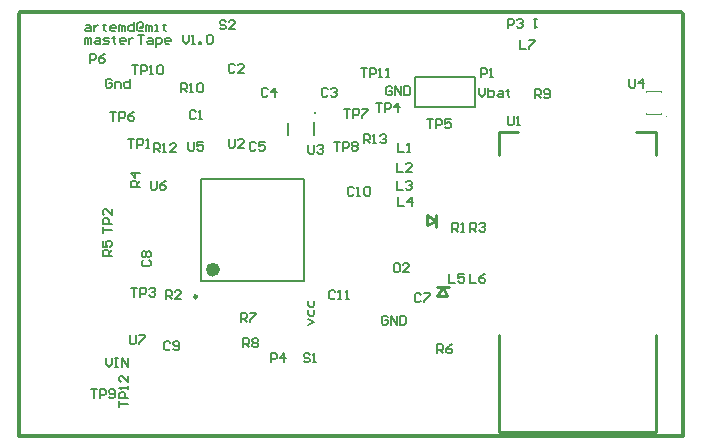
<source format=gto>
G04 Layer_Color=65535*
%FSLAX25Y25*%
%MOIN*%
G70*
G01*
G75*
%ADD40C,0.01000*%
%ADD42C,0.01200*%
%ADD50C,0.00394*%
%ADD51C,0.02362*%
%ADD52C,0.00984*%
%ADD53C,0.01181*%
%ADD54C,0.00500*%
%ADD55C,0.00787*%
%ADD56C,0.00600*%
D40*
X318617Y100781D02*
Y133065D01*
X266255Y100781D02*
X318617D01*
X266255D02*
Y133065D01*
Y192907D02*
Y200781D01*
X272554D01*
X318617Y192907D02*
Y200781D01*
X311924D02*
X318617D01*
X245465Y149067D02*
X249465D01*
X245465Y146067D02*
X247465Y149067D01*
X245465Y146067D02*
X248965D01*
X247465Y149067D02*
X248965Y146067D01*
X245067Y169035D02*
Y173035D01*
X242067D02*
X245067Y171035D01*
X242067Y169535D02*
Y173035D01*
Y169535D02*
X245067Y171035D01*
D42*
X106570Y240570D02*
X326930D01*
X106000Y240000D02*
X106570Y240570D01*
X106000Y99500D02*
Y240000D01*
X327500Y99500D02*
Y240000D01*
X106000Y99500D02*
X327500D01*
D50*
X322126Y205972D02*
G03*
X322126Y205972I-197J0D01*
G01*
X315039Y206563D02*
X320157D01*
X315039D02*
Y206957D01*
X320157Y206563D02*
Y206957D01*
Y214043D02*
Y214437D01*
X315039D02*
X320157D01*
X315039Y214043D02*
Y214437D01*
D51*
X171992Y154811D02*
G03*
X171992Y154811I-1181J0D01*
G01*
D52*
X165496Y145756D02*
G03*
X165496Y145756I-492J0D01*
G01*
D53*
X204746Y207062D02*
D03*
D54*
X204389Y199709D02*
Y203893D01*
X195980Y199626D02*
Y203810D01*
X129724Y223721D02*
Y226719D01*
X131224D01*
X131724Y226220D01*
Y225220D01*
X131224Y224720D01*
X129724D01*
X134723Y226719D02*
X133723Y226220D01*
X132723Y225220D01*
Y224220D01*
X133223Y223721D01*
X134223D01*
X134723Y224220D01*
Y224720D01*
X134223Y225220D01*
X132723D01*
X160000Y214000D02*
Y216999D01*
X161500D01*
X161999Y216499D01*
Y215499D01*
X161500Y215000D01*
X160000D01*
X161000D02*
X161999Y214000D01*
X162999D02*
X163999D01*
X163499D01*
Y216999D01*
X162999Y216499D01*
X165498D02*
X165998Y216999D01*
X166998D01*
X167498Y216499D01*
Y214500D01*
X166998Y214000D01*
X165998D01*
X165498Y214500D01*
Y216499D01*
X309500Y218499D02*
Y216000D01*
X310000Y215500D01*
X310999D01*
X311499Y216000D01*
Y218499D01*
X313999Y215500D02*
Y218499D01*
X312499Y217000D01*
X314498D01*
X202500Y196499D02*
Y194000D01*
X203000Y193500D01*
X203999D01*
X204499Y194000D01*
Y196499D01*
X205499Y195999D02*
X205999Y196499D01*
X206998D01*
X207498Y195999D01*
Y195499D01*
X206998Y195000D01*
X206499D01*
X206998D01*
X207498Y194500D01*
Y194000D01*
X206998Y193500D01*
X205999D01*
X205499Y194000D01*
X176000Y198499D02*
Y196000D01*
X176500Y195500D01*
X177499D01*
X177999Y196000D01*
Y198499D01*
X180998Y195500D02*
X178999D01*
X180998Y197499D01*
Y197999D01*
X180499Y198499D01*
X179499D01*
X178999Y197999D01*
X269000Y205999D02*
Y203500D01*
X269500Y203000D01*
X270499D01*
X270999Y203500D01*
Y205999D01*
X271999Y203000D02*
X272999D01*
X272499D01*
Y205999D01*
X271999Y205499D01*
X220000Y221999D02*
X221999D01*
X221000D01*
Y219000D01*
X222999D02*
Y221999D01*
X224499D01*
X224998Y221499D01*
Y220499D01*
X224499Y220000D01*
X222999D01*
X225998Y219000D02*
X226998D01*
X226498D01*
Y221999D01*
X225998Y221499D01*
X228497Y219000D02*
X229497D01*
X228997D01*
Y221999D01*
X228497Y221499D01*
X143701Y222851D02*
X145700D01*
X144701D01*
Y219852D01*
X146700D02*
Y222851D01*
X148199D01*
X148699Y222351D01*
Y221352D01*
X148199Y220852D01*
X146700D01*
X149699Y219852D02*
X150698D01*
X150199D01*
Y222851D01*
X149699Y222351D01*
X152198D02*
X152698Y222851D01*
X153698D01*
X154197Y222351D01*
Y220352D01*
X153698Y219852D01*
X152698D01*
X152198Y220352D01*
Y222351D01*
X130000Y114999D02*
X131999D01*
X131000D01*
Y112000D01*
X132999D02*
Y114999D01*
X134499D01*
X134998Y114499D01*
Y113499D01*
X134499Y113000D01*
X132999D01*
X135998Y112500D02*
X136498Y112000D01*
X137498D01*
X137997Y112500D01*
Y114499D01*
X137498Y114999D01*
X136498D01*
X135998Y114499D01*
Y113999D01*
X136498Y113499D01*
X137997D01*
X211000Y197499D02*
X212999D01*
X212000D01*
Y194500D01*
X213999D02*
Y197499D01*
X215498D01*
X215998Y196999D01*
Y196000D01*
X215498Y195500D01*
X213999D01*
X216998Y196999D02*
X217498Y197499D01*
X218498D01*
X218997Y196999D01*
Y196499D01*
X218498Y196000D01*
X218997Y195500D01*
Y195000D01*
X218498Y194500D01*
X217498D01*
X216998Y195000D01*
Y195500D01*
X217498Y196000D01*
X216998Y196499D01*
Y196999D01*
X217498Y196000D02*
X218498D01*
X214500Y208499D02*
X216499D01*
X215500D01*
Y205500D01*
X217499D02*
Y208499D01*
X218999D01*
X219498Y207999D01*
Y206999D01*
X218999Y206500D01*
X217499D01*
X220498Y208499D02*
X222497D01*
Y207999D01*
X220498Y206000D01*
Y205500D01*
X136500Y207499D02*
X138499D01*
X137500D01*
Y204500D01*
X139499D02*
Y207499D01*
X140999D01*
X141498Y206999D01*
Y205999D01*
X140999Y205500D01*
X139499D01*
X144497Y207499D02*
X143498Y206999D01*
X142498Y205999D01*
Y205000D01*
X142998Y204500D01*
X143998D01*
X144497Y205000D01*
Y205500D01*
X143998Y205999D01*
X142498D01*
X242000Y204999D02*
X243999D01*
X243000D01*
Y202000D01*
X244999D02*
Y204999D01*
X246498D01*
X246998Y204499D01*
Y203500D01*
X246498Y203000D01*
X244999D01*
X249997Y204999D02*
X247998D01*
Y203500D01*
X248998Y203999D01*
X249498D01*
X249997Y203500D01*
Y202500D01*
X249498Y202000D01*
X248498D01*
X247998Y202500D01*
X225000Y210499D02*
X226999D01*
X226000D01*
Y207500D01*
X227999D02*
Y210499D01*
X229499D01*
X229998Y209999D01*
Y208999D01*
X229499Y208500D01*
X227999D01*
X232498Y207500D02*
Y210499D01*
X230998Y208999D01*
X232997D01*
X143513Y148686D02*
X145512D01*
X144512D01*
Y145687D01*
X146512D02*
Y148686D01*
X148011D01*
X148511Y148187D01*
Y147187D01*
X148011Y146687D01*
X146512D01*
X149511Y148187D02*
X150011Y148686D01*
X151010D01*
X151510Y148187D01*
Y147687D01*
X151010Y147187D01*
X150510D01*
X151010D01*
X151510Y146687D01*
Y146187D01*
X151010Y145687D01*
X150011D01*
X149511Y146187D01*
X134001Y167000D02*
Y168999D01*
Y168000D01*
X137000D01*
Y169999D02*
X134001D01*
Y171499D01*
X134501Y171998D01*
X135501D01*
X136000Y171499D01*
Y169999D01*
X137000Y174997D02*
Y172998D01*
X135001Y174997D01*
X134501D01*
X134001Y174498D01*
Y173498D01*
X134501Y172998D01*
X142500Y198499D02*
X144499D01*
X143500D01*
Y195500D01*
X145499D02*
Y198499D01*
X146999D01*
X147498Y197999D01*
Y197000D01*
X146999Y196500D01*
X145499D01*
X148498Y195500D02*
X149498D01*
X148998D01*
Y198499D01*
X148498Y197999D01*
X151000Y194000D02*
Y196999D01*
X152499D01*
X152999Y196499D01*
Y195500D01*
X152499Y195000D01*
X151000D01*
X152000D02*
X152999Y194000D01*
X153999D02*
X154999D01*
X154499D01*
Y196999D01*
X153999Y196499D01*
X158498Y194000D02*
X156498D01*
X158498Y195999D01*
Y196499D01*
X157998Y196999D01*
X156998D01*
X156498Y196499D01*
X278000Y212000D02*
Y214999D01*
X279500D01*
X279999Y214499D01*
Y213499D01*
X279500Y213000D01*
X278000D01*
X279000D02*
X279999Y212000D01*
X280999Y212500D02*
X281499Y212000D01*
X282499D01*
X282998Y212500D01*
Y214499D01*
X282499Y214999D01*
X281499D01*
X280999Y214499D01*
Y213999D01*
X281499Y213499D01*
X282998D01*
X245500Y127000D02*
Y129999D01*
X247000D01*
X247499Y129499D01*
Y128499D01*
X247000Y128000D01*
X245500D01*
X246500D02*
X247499Y127000D01*
X250498Y129999D02*
X249499Y129499D01*
X248499Y128499D01*
Y127500D01*
X248999Y127000D01*
X249998D01*
X250498Y127500D01*
Y128000D01*
X249998Y128499D01*
X248499D01*
X137000Y159500D02*
X134001D01*
Y161000D01*
X134501Y161499D01*
X135501D01*
X136000Y161000D01*
Y159500D01*
Y160500D02*
X137000Y161499D01*
X134001Y164498D02*
Y162499D01*
X135501D01*
X135001Y163499D01*
Y163999D01*
X135501Y164498D01*
X136500D01*
X137000Y163999D01*
Y162999D01*
X136500Y162499D01*
X146425Y182400D02*
X143426D01*
Y183899D01*
X143926Y184399D01*
X144926D01*
X145425Y183899D01*
Y182400D01*
Y183400D02*
X146425Y184399D01*
Y186899D02*
X143426D01*
X144926Y185399D01*
Y187398D01*
X256500Y167500D02*
Y170499D01*
X257999D01*
X258499Y169999D01*
Y169000D01*
X257999Y168500D01*
X256500D01*
X257500D02*
X258499Y167500D01*
X259499Y169999D02*
X259999Y170499D01*
X260999D01*
X261498Y169999D01*
Y169499D01*
X260999Y169000D01*
X260499D01*
X260999D01*
X261498Y168500D01*
Y168000D01*
X260999Y167500D01*
X259999D01*
X259499Y168000D01*
X155000Y145000D02*
Y147999D01*
X156500D01*
X156999Y147499D01*
Y146500D01*
X156500Y146000D01*
X155000D01*
X156000D02*
X156999Y145000D01*
X159998D02*
X157999D01*
X159998Y146999D01*
Y147499D01*
X159499Y147999D01*
X158499D01*
X157999Y147499D01*
X250500Y167500D02*
Y170499D01*
X251999D01*
X252499Y169999D01*
Y169000D01*
X251999Y168500D01*
X250500D01*
X251500D02*
X252499Y167500D01*
X253499D02*
X254499D01*
X253999D01*
Y170499D01*
X253499Y169999D01*
X260000Y219000D02*
Y221999D01*
X261500D01*
X261999Y221499D01*
Y220499D01*
X261500Y220000D01*
X260000D01*
X262999Y219000D02*
X263999D01*
X263499D01*
Y221999D01*
X262999Y221499D01*
X232000Y190499D02*
Y187500D01*
X233999D01*
X236998D02*
X234999D01*
X236998Y189499D01*
Y189999D01*
X236498Y190499D01*
X235499D01*
X234999Y189999D01*
X232500Y196999D02*
Y194000D01*
X234499D01*
X235499D02*
X236499D01*
X235999D01*
Y196999D01*
X235499Y196499D01*
X273000Y231499D02*
Y228500D01*
X274999D01*
X275999Y231499D02*
X277998D01*
Y230999D01*
X275999Y229000D01*
Y228500D01*
X256500Y153499D02*
Y150500D01*
X258499D01*
X261498Y153499D02*
X260499Y152999D01*
X259499Y151999D01*
Y151000D01*
X259999Y150500D01*
X260999D01*
X261498Y151000D01*
Y151500D01*
X260999Y151999D01*
X259499D01*
X249500Y153499D02*
Y150500D01*
X251499D01*
X254498Y153499D02*
X252499D01*
Y151999D01*
X253499Y152499D01*
X253998D01*
X254498Y151999D01*
Y151000D01*
X253998Y150500D01*
X252999D01*
X252499Y151000D01*
X239999Y146499D02*
X239499Y146999D01*
X238500D01*
X238000Y146499D01*
Y144500D01*
X238500Y144000D01*
X239499D01*
X239999Y144500D01*
X240999Y146999D02*
X242998D01*
Y146499D01*
X240999Y144500D01*
Y144000D01*
X184999Y196999D02*
X184500Y197499D01*
X183500D01*
X183000Y196999D01*
Y195000D01*
X183500Y194500D01*
X184500D01*
X184999Y195000D01*
X187998Y197499D02*
X185999D01*
Y196000D01*
X186999Y196499D01*
X187499D01*
X187998Y196000D01*
Y195000D01*
X187499Y194500D01*
X186499D01*
X185999Y195000D01*
X188999Y214999D02*
X188499Y215499D01*
X187500D01*
X187000Y214999D01*
Y213000D01*
X187500Y212500D01*
X188499D01*
X188999Y213000D01*
X191499Y212500D02*
Y215499D01*
X189999Y214000D01*
X191998D01*
X208999Y214999D02*
X208500Y215499D01*
X207500D01*
X207000Y214999D01*
Y213000D01*
X207500Y212500D01*
X208500D01*
X208999Y213000D01*
X209999Y214999D02*
X210499Y215499D01*
X211498D01*
X211998Y214999D01*
Y214499D01*
X211498Y214000D01*
X210999D01*
X211498D01*
X211998Y213500D01*
Y213000D01*
X211498Y212500D01*
X210499D01*
X209999Y213000D01*
X177999Y222999D02*
X177499Y223499D01*
X176500D01*
X176000Y222999D01*
Y221000D01*
X176500Y220500D01*
X177499D01*
X177999Y221000D01*
X180998Y220500D02*
X178999D01*
X180998Y222499D01*
Y222999D01*
X180499Y223499D01*
X179499D01*
X178999Y222999D01*
X164999Y207499D02*
X164499Y207999D01*
X163500D01*
X163000Y207499D01*
Y205500D01*
X163500Y205000D01*
X164499D01*
X164999Y205500D01*
X165999Y205000D02*
X166999D01*
X166499D01*
Y207999D01*
X165999Y207499D01*
X190000Y124000D02*
Y126999D01*
X191499D01*
X191999Y126499D01*
Y125499D01*
X191499Y125000D01*
X190000D01*
X194499Y124000D02*
Y126999D01*
X192999Y125499D01*
X194998D01*
X202999Y126499D02*
X202500Y126999D01*
X201500D01*
X201000Y126499D01*
Y125999D01*
X201500Y125499D01*
X202500D01*
X202999Y125000D01*
Y124500D01*
X202500Y124000D01*
X201500D01*
X201000Y124500D01*
X203999Y124000D02*
X204999D01*
X204499D01*
Y126999D01*
X203999Y126499D01*
X269000Y235500D02*
Y238499D01*
X270499D01*
X270999Y237999D01*
Y237000D01*
X270499Y236500D01*
X269000D01*
X271999Y237999D02*
X272499Y238499D01*
X273499D01*
X273998Y237999D01*
Y237499D01*
X273499Y237000D01*
X272999D01*
X273499D01*
X273998Y236500D01*
Y236000D01*
X273499Y235500D01*
X272499D01*
X271999Y236000D01*
X143000Y132999D02*
Y130500D01*
X143500Y130000D01*
X144500D01*
X144999Y130500D01*
Y132999D01*
X145999D02*
X147998D01*
Y132499D01*
X145999Y130500D01*
Y130000D01*
X174999Y237499D02*
X174499Y237999D01*
X173500D01*
X173000Y237499D01*
Y236999D01*
X173500Y236500D01*
X174499D01*
X174999Y236000D01*
Y235500D01*
X174499Y235000D01*
X173500D01*
X173000Y235500D01*
X177998Y235000D02*
X175999D01*
X177998Y236999D01*
Y237499D01*
X177499Y237999D01*
X176499D01*
X175999Y237499D01*
X147501Y157999D02*
X147001Y157500D01*
Y156500D01*
X147501Y156000D01*
X149500D01*
X150000Y156500D01*
Y157500D01*
X149500Y157999D01*
X147501Y158999D02*
X147001Y159499D01*
Y160499D01*
X147501Y160998D01*
X148001D01*
X148501Y160499D01*
X149000Y160998D01*
X149500D01*
X150000Y160499D01*
Y159499D01*
X149500Y158999D01*
X149000D01*
X148501Y159499D01*
X148001Y158999D01*
X147501D01*
X148501Y159499D02*
Y160499D01*
X156499Y130499D02*
X156000Y130999D01*
X155000D01*
X154500Y130499D01*
Y128500D01*
X155000Y128000D01*
X156000D01*
X156499Y128500D01*
X157499D02*
X157999Y128000D01*
X158999D01*
X159498Y128500D01*
Y130499D01*
X158999Y130999D01*
X157999D01*
X157499Y130499D01*
Y129999D01*
X157999Y129499D01*
X159498D01*
X217751Y181999D02*
X217251Y182499D01*
X216251D01*
X215751Y181999D01*
Y180000D01*
X216251Y179500D01*
X217251D01*
X217751Y180000D01*
X218750Y179500D02*
X219750D01*
X219250D01*
Y182499D01*
X218750Y181999D01*
X221249D02*
X221749Y182499D01*
X222749D01*
X223249Y181999D01*
Y180000D01*
X222749Y179500D01*
X221749D01*
X221249Y180000D01*
Y181999D01*
X211499Y147499D02*
X210999Y147999D01*
X210000D01*
X209500Y147499D01*
Y145500D01*
X210000Y145000D01*
X210999D01*
X211499Y145500D01*
X212499Y145000D02*
X213499D01*
X212999D01*
Y147999D01*
X212499Y147499D01*
X214998Y145000D02*
X215998D01*
X215498D01*
Y147999D01*
X214998Y147499D01*
X232000Y184499D02*
Y181500D01*
X233999D01*
X234999Y183999D02*
X235499Y184499D01*
X236498D01*
X236998Y183999D01*
Y183499D01*
X236498Y183000D01*
X235999D01*
X236498D01*
X236998Y182500D01*
Y182000D01*
X236498Y181500D01*
X235499D01*
X234999Y182000D01*
X232500Y178999D02*
Y176000D01*
X234499D01*
X236999D02*
Y178999D01*
X235499Y177499D01*
X237498D01*
X232500Y156999D02*
X231500D01*
X231000Y156499D01*
Y154500D01*
X231500Y154000D01*
X232500D01*
X232999Y154500D01*
Y156499D01*
X232500Y156999D01*
X235998Y154000D02*
X233999D01*
X235998Y155999D01*
Y156499D01*
X235498Y156999D01*
X234499D01*
X233999Y156499D01*
X180000Y137500D02*
Y140499D01*
X181500D01*
X181999Y139999D01*
Y138999D01*
X181500Y138500D01*
X180000D01*
X181000D02*
X181999Y137500D01*
X182999Y140499D02*
X184998D01*
Y139999D01*
X182999Y138000D01*
Y137500D01*
X180850Y129000D02*
Y131999D01*
X182350D01*
X182850Y131499D01*
Y130499D01*
X182350Y130000D01*
X180850D01*
X181850D02*
X182850Y129000D01*
X183849Y131499D02*
X184349Y131999D01*
X185349D01*
X185849Y131499D01*
Y130999D01*
X185349Y130499D01*
X185849Y130000D01*
Y129500D01*
X185349Y129000D01*
X184349D01*
X183849Y129500D01*
Y130000D01*
X184349Y130499D01*
X183849Y130999D01*
Y131499D01*
X184349Y130499D02*
X185349D01*
X162500Y197499D02*
Y195000D01*
X163000Y194500D01*
X163999D01*
X164499Y195000D01*
Y197499D01*
X167498D02*
X165499D01*
Y196000D01*
X166499Y196499D01*
X166999D01*
X167498Y196000D01*
Y195000D01*
X166999Y194500D01*
X165999D01*
X165499Y195000D01*
X221000Y197000D02*
Y199999D01*
X222499D01*
X222999Y199499D01*
Y198500D01*
X222499Y198000D01*
X221000D01*
X222000D02*
X222999Y197000D01*
X223999D02*
X224999D01*
X224499D01*
Y199999D01*
X223999Y199499D01*
X226498D02*
X226998Y199999D01*
X227998D01*
X228498Y199499D01*
Y198999D01*
X227998Y198500D01*
X227498D01*
X227998D01*
X228498Y198000D01*
Y197500D01*
X227998Y197000D01*
X226998D01*
X226498Y197500D01*
X150000Y184499D02*
Y182000D01*
X150500Y181500D01*
X151499D01*
X151999Y182000D01*
Y184499D01*
X154998D02*
X153999Y183999D01*
X152999Y183000D01*
Y182000D01*
X153499Y181500D01*
X154499D01*
X154998Y182000D01*
Y182500D01*
X154499Y183000D01*
X152999D01*
X139501Y109000D02*
Y110999D01*
Y110000D01*
X142500D01*
Y111999D02*
X139501D01*
Y113499D01*
X140001Y113998D01*
X141000D01*
X141500Y113499D01*
Y111999D01*
X142500Y114998D02*
Y115998D01*
Y115498D01*
X139501D01*
X140001Y114998D01*
X142500Y119497D02*
Y117497D01*
X140501Y119497D01*
X140001D01*
X139501Y118997D01*
Y117997D01*
X140001Y117497D01*
X202501Y136500D02*
X204500Y137500D01*
X202501Y138499D01*
Y141498D02*
Y139999D01*
X203000Y139499D01*
X204000D01*
X204500Y139999D01*
Y141498D01*
X202501Y144497D02*
Y142998D01*
X203000Y142498D01*
X204000D01*
X204500Y142998D01*
Y144497D01*
X228999Y138999D02*
X228500Y139499D01*
X227500D01*
X227000Y138999D01*
Y137000D01*
X227500Y136500D01*
X228500D01*
X228999Y137000D01*
Y137999D01*
X228000D01*
X229999Y136500D02*
Y139499D01*
X231998Y136500D01*
Y139499D01*
X232998D02*
Y136500D01*
X234498D01*
X234997Y137000D01*
Y138999D01*
X234498Y139499D01*
X232998D01*
X230499Y215499D02*
X229999Y215999D01*
X229000D01*
X228500Y215499D01*
Y213500D01*
X229000Y213000D01*
X229999D01*
X230499Y213500D01*
Y214499D01*
X229500D01*
X231499Y213000D02*
Y215999D01*
X233498Y213000D01*
Y215999D01*
X234498D02*
Y213000D01*
X235998D01*
X236497Y213500D01*
Y215499D01*
X235998Y215999D01*
X234498D01*
X259500Y215499D02*
Y213500D01*
X260500Y212500D01*
X261499Y213500D01*
Y215499D01*
X262499D02*
Y212500D01*
X263999D01*
X264498Y213000D01*
Y213500D01*
Y214000D01*
X263999Y214499D01*
X262499D01*
X265998D02*
X266998D01*
X267497Y214000D01*
Y212500D01*
X265998D01*
X265498Y213000D01*
X265998Y213500D01*
X267497D01*
X268997Y214999D02*
Y214499D01*
X268497D01*
X269497D01*
X268997D01*
Y213000D01*
X269497Y212500D01*
X278721Y238204D02*
X277722D01*
X278221D01*
Y235205D01*
X278721Y235705D01*
D55*
X238000Y209000D02*
Y219000D01*
X258000D01*
Y209000D02*
Y219000D01*
X238000Y209000D02*
X258000D01*
X201126Y150874D02*
Y185126D01*
X166874Y150874D02*
Y185126D01*
X201126D01*
X166874Y150874D02*
X201126D01*
D56*
X128248Y230118D02*
Y232118D01*
X128748D01*
X129248Y231618D01*
Y230118D01*
Y231618D01*
X129748Y232118D01*
X130247Y231618D01*
Y230118D01*
X131747Y232118D02*
X132747D01*
X133246Y231618D01*
Y230118D01*
X131747D01*
X131247Y230618D01*
X131747Y231118D01*
X133246D01*
X134246Y230118D02*
X135746D01*
X136245Y230618D01*
X135746Y231118D01*
X134746D01*
X134246Y231618D01*
X134746Y232118D01*
X136245D01*
X137745Y232617D02*
Y232118D01*
X137245D01*
X138245D01*
X137745D01*
Y230618D01*
X138245Y230118D01*
X141244D02*
X140244D01*
X139744Y230618D01*
Y231618D01*
X140244Y232118D01*
X141244D01*
X141744Y231618D01*
Y231118D01*
X139744D01*
X142743Y232118D02*
Y230118D01*
Y231118D01*
X143243Y231618D01*
X143743Y232118D01*
X144243D01*
X145742Y233117D02*
X147742D01*
X146742D01*
Y230118D01*
X149241Y232118D02*
X150241D01*
X150741Y231618D01*
Y230118D01*
X149241D01*
X148741Y230618D01*
X149241Y231118D01*
X150741D01*
X151740Y229118D02*
Y232118D01*
X153240D01*
X153740Y231618D01*
Y230618D01*
X153240Y230118D01*
X151740D01*
X156239D02*
X155239D01*
X154739Y230618D01*
Y231618D01*
X155239Y232118D01*
X156239D01*
X156739Y231618D01*
Y231118D01*
X154739D01*
X160738Y233117D02*
Y231118D01*
X161737Y230118D01*
X162737Y231118D01*
Y233117D01*
X163737Y230118D02*
X164736D01*
X164236D01*
Y233117D01*
X163737Y232617D01*
X166236Y230118D02*
Y230618D01*
X166736D01*
Y230118D01*
X166236D01*
X168735Y232617D02*
X169235Y233117D01*
X170234D01*
X170734Y232617D01*
Y230618D01*
X170234Y230118D01*
X169235D01*
X168735Y230618D01*
Y232617D01*
X135000Y125499D02*
Y123500D01*
X136000Y122500D01*
X136999Y123500D01*
Y125499D01*
X137999D02*
X138999D01*
X138499D01*
Y122500D01*
X137999D01*
X138999D01*
X140498D02*
Y125499D01*
X142498Y122500D01*
Y125499D01*
X136999Y217999D02*
X136500Y218499D01*
X135500D01*
X135000Y217999D01*
Y216000D01*
X135500Y215500D01*
X136500D01*
X136999Y216000D01*
Y217000D01*
X136000D01*
X137999Y215500D02*
Y217499D01*
X139499D01*
X139998Y217000D01*
Y215500D01*
X142997Y218499D02*
Y215500D01*
X141498D01*
X140998Y216000D01*
Y217000D01*
X141498Y217499D01*
X142997D01*
X128551Y236251D02*
X129551D01*
X130051Y235752D01*
Y234252D01*
X128551D01*
X128051Y234752D01*
X128551Y235252D01*
X130051D01*
X131050Y236251D02*
Y234252D01*
Y235252D01*
X131550Y235752D01*
X132050Y236251D01*
X132550D01*
X134549Y236751D02*
Y236251D01*
X134049D01*
X135049D01*
X134549D01*
Y234752D01*
X135049Y234252D01*
X138048D02*
X137048D01*
X136548Y234752D01*
Y235752D01*
X137048Y236251D01*
X138048D01*
X138548Y235752D01*
Y235252D01*
X136548D01*
X139548Y234252D02*
Y236251D01*
X140047D01*
X140547Y235752D01*
Y234252D01*
Y235752D01*
X141047Y236251D01*
X141547Y235752D01*
Y234252D01*
X144546Y237251D02*
Y234252D01*
X143046D01*
X142546Y234752D01*
Y235752D01*
X143046Y236251D01*
X144546D01*
X147045Y235252D02*
Y235752D01*
X146545D01*
Y235252D01*
X147045D01*
X147545Y235752D01*
Y236751D01*
X147045Y237251D01*
X146045D01*
X145545Y236751D01*
Y234752D01*
X146045Y234252D01*
X147545D01*
X148545D02*
Y236251D01*
X149044D01*
X149544Y235752D01*
Y234252D01*
Y235752D01*
X150044Y236251D01*
X150544Y235752D01*
Y234252D01*
X151544D02*
X152543D01*
X152043D01*
Y236251D01*
X151544D01*
X154543Y236751D02*
Y236251D01*
X154043D01*
X155043D01*
X154543D01*
Y234752D01*
X155043Y234252D01*
M02*

</source>
